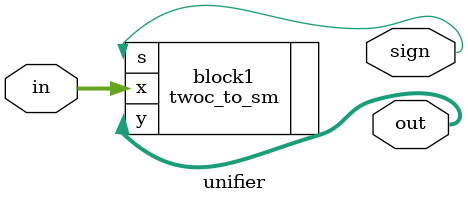
<source format=v>
`timescale 1ns / 1ps

module unifier(in, out, sign);

input wire [11:0] in;
output wire sign;
output wire [11:0] out;

twoc_to_sm block1(
	.x(in),
	.y(out),
	.s(sign)
);
endmodule
</source>
